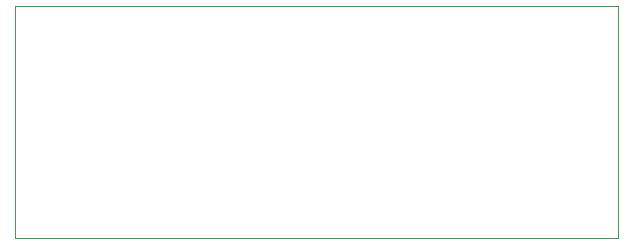
<source format=gbr>
%TF.GenerationSoftware,KiCad,Pcbnew,9.0.0*%
%TF.CreationDate,2025-08-04T16:21:28+01:00*%
%TF.ProjectId,FootSw,466f6f74-5377-42e6-9b69-6361645f7063,V1.3*%
%TF.SameCoordinates,Original*%
%TF.FileFunction,Profile,NP*%
%FSLAX46Y46*%
G04 Gerber Fmt 4.6, Leading zero omitted, Abs format (unit mm)*
G04 Created by KiCad (PCBNEW 9.0.0) date 2025-08-04 16:21:28*
%MOMM*%
%LPD*%
G01*
G04 APERTURE LIST*
%TA.AperFunction,Profile*%
%ADD10C,0.050000*%
%TD*%
G04 APERTURE END LIST*
D10*
X54575000Y-49100000D02*
X105600000Y-49100000D01*
X105600000Y-68750000D01*
X54575000Y-68750000D01*
X54575000Y-49100000D01*
M02*

</source>
